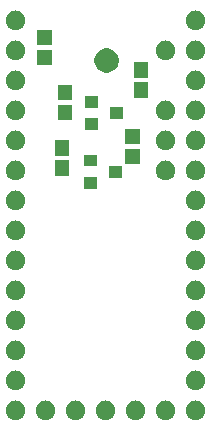
<source format=gbr>
G04 #@! TF.GenerationSoftware,KiCad,Pcbnew,(5.1.0)-1*
G04 #@! TF.CreationDate,2020-11-17T16:37:49-05:00*
G04 #@! TF.ProjectId,T61_LC_Scanner,5436315f-4c43-45f5-9363-616e6e65722e,rev?*
G04 #@! TF.SameCoordinates,Original*
G04 #@! TF.FileFunction,Soldermask,Top*
G04 #@! TF.FilePolarity,Negative*
%FSLAX46Y46*%
G04 Gerber Fmt 4.6, Leading zero omitted, Abs format (unit mm)*
G04 Created by KiCad (PCBNEW (5.1.0)-1) date 2020-11-17 16:37:49*
%MOMM*%
%LPD*%
G04 APERTURE LIST*
%ADD10C,0.100000*%
G04 APERTURE END LIST*
D10*
G36*
X140341525Y-113589706D02*
G01*
X140422494Y-113605811D01*
X140575038Y-113668997D01*
X140711397Y-113760109D01*
X140712322Y-113760727D01*
X140829073Y-113877478D01*
X140829075Y-113877481D01*
X140920803Y-114014762D01*
X140983989Y-114167307D01*
X141016200Y-114329243D01*
X141016200Y-114494357D01*
X140983989Y-114656293D01*
X140920803Y-114808838D01*
X140829691Y-114945197D01*
X140829073Y-114946122D01*
X140712322Y-115062873D01*
X140712319Y-115062875D01*
X140575038Y-115154603D01*
X140498765Y-115186196D01*
X140422494Y-115217789D01*
X140341525Y-115233895D01*
X140260557Y-115250000D01*
X140095443Y-115250000D01*
X140014475Y-115233895D01*
X139933506Y-115217789D01*
X139857235Y-115186196D01*
X139780962Y-115154603D01*
X139643681Y-115062875D01*
X139643678Y-115062873D01*
X139526927Y-114946122D01*
X139526309Y-114945197D01*
X139435197Y-114808838D01*
X139372011Y-114656293D01*
X139339800Y-114494357D01*
X139339800Y-114329243D01*
X139372011Y-114167307D01*
X139435197Y-114014762D01*
X139526925Y-113877481D01*
X139526927Y-113877478D01*
X139643678Y-113760727D01*
X139644603Y-113760109D01*
X139780962Y-113668997D01*
X139933506Y-113605811D01*
X140014475Y-113589706D01*
X140095443Y-113573600D01*
X140260557Y-113573600D01*
X140341525Y-113589706D01*
X140341525Y-113589706D01*
G37*
G36*
X137801525Y-113589706D02*
G01*
X137882494Y-113605811D01*
X138035038Y-113668997D01*
X138171397Y-113760109D01*
X138172322Y-113760727D01*
X138289073Y-113877478D01*
X138289075Y-113877481D01*
X138380803Y-114014762D01*
X138443989Y-114167307D01*
X138476200Y-114329243D01*
X138476200Y-114494357D01*
X138443989Y-114656293D01*
X138380803Y-114808838D01*
X138289691Y-114945197D01*
X138289073Y-114946122D01*
X138172322Y-115062873D01*
X138172319Y-115062875D01*
X138035038Y-115154603D01*
X137958765Y-115186196D01*
X137882494Y-115217789D01*
X137801525Y-115233895D01*
X137720557Y-115250000D01*
X137555443Y-115250000D01*
X137474475Y-115233895D01*
X137393506Y-115217789D01*
X137317235Y-115186196D01*
X137240962Y-115154603D01*
X137103681Y-115062875D01*
X137103678Y-115062873D01*
X136986927Y-114946122D01*
X136986309Y-114945197D01*
X136895197Y-114808838D01*
X136832011Y-114656293D01*
X136799800Y-114494357D01*
X136799800Y-114329243D01*
X136832011Y-114167307D01*
X136895197Y-114014762D01*
X136986925Y-113877481D01*
X136986927Y-113877478D01*
X137103678Y-113760727D01*
X137104603Y-113760109D01*
X137240962Y-113668997D01*
X137393506Y-113605811D01*
X137474475Y-113589706D01*
X137555443Y-113573600D01*
X137720557Y-113573600D01*
X137801525Y-113589706D01*
X137801525Y-113589706D01*
G37*
G36*
X132721525Y-113589706D02*
G01*
X132802494Y-113605811D01*
X132955038Y-113668997D01*
X133091397Y-113760109D01*
X133092322Y-113760727D01*
X133209073Y-113877478D01*
X133209075Y-113877481D01*
X133300803Y-114014762D01*
X133363989Y-114167307D01*
X133396200Y-114329243D01*
X133396200Y-114494357D01*
X133363989Y-114656293D01*
X133300803Y-114808838D01*
X133209691Y-114945197D01*
X133209073Y-114946122D01*
X133092322Y-115062873D01*
X133092319Y-115062875D01*
X132955038Y-115154603D01*
X132878765Y-115186196D01*
X132802494Y-115217789D01*
X132721525Y-115233895D01*
X132640557Y-115250000D01*
X132475443Y-115250000D01*
X132394475Y-115233895D01*
X132313506Y-115217789D01*
X132237235Y-115186196D01*
X132160962Y-115154603D01*
X132023681Y-115062875D01*
X132023678Y-115062873D01*
X131906927Y-114946122D01*
X131906309Y-114945197D01*
X131815197Y-114808838D01*
X131752011Y-114656293D01*
X131719800Y-114494357D01*
X131719800Y-114329243D01*
X131752011Y-114167307D01*
X131815197Y-114014762D01*
X131906925Y-113877481D01*
X131906927Y-113877478D01*
X132023678Y-113760727D01*
X132024603Y-113760109D01*
X132160962Y-113668997D01*
X132313506Y-113605811D01*
X132394475Y-113589706D01*
X132475443Y-113573600D01*
X132640557Y-113573600D01*
X132721525Y-113589706D01*
X132721525Y-113589706D01*
G37*
G36*
X130181525Y-113589706D02*
G01*
X130262494Y-113605811D01*
X130415038Y-113668997D01*
X130551397Y-113760109D01*
X130552322Y-113760727D01*
X130669073Y-113877478D01*
X130669075Y-113877481D01*
X130760803Y-114014762D01*
X130823989Y-114167307D01*
X130856200Y-114329243D01*
X130856200Y-114494357D01*
X130823989Y-114656293D01*
X130760803Y-114808838D01*
X130669691Y-114945197D01*
X130669073Y-114946122D01*
X130552322Y-115062873D01*
X130552319Y-115062875D01*
X130415038Y-115154603D01*
X130338765Y-115186196D01*
X130262494Y-115217789D01*
X130181525Y-115233895D01*
X130100557Y-115250000D01*
X129935443Y-115250000D01*
X129854475Y-115233895D01*
X129773506Y-115217789D01*
X129697235Y-115186196D01*
X129620962Y-115154603D01*
X129483681Y-115062875D01*
X129483678Y-115062873D01*
X129366927Y-114946122D01*
X129366309Y-114945197D01*
X129275197Y-114808838D01*
X129212011Y-114656293D01*
X129179800Y-114494357D01*
X129179800Y-114329243D01*
X129212011Y-114167307D01*
X129275197Y-114014762D01*
X129366925Y-113877481D01*
X129366927Y-113877478D01*
X129483678Y-113760727D01*
X129484603Y-113760109D01*
X129620962Y-113668997D01*
X129773506Y-113605811D01*
X129854475Y-113589706D01*
X129935443Y-113573600D01*
X130100557Y-113573600D01*
X130181525Y-113589706D01*
X130181525Y-113589706D01*
G37*
G36*
X135261525Y-113589706D02*
G01*
X135342494Y-113605811D01*
X135495038Y-113668997D01*
X135631397Y-113760109D01*
X135632322Y-113760727D01*
X135749073Y-113877478D01*
X135749075Y-113877481D01*
X135840803Y-114014762D01*
X135903989Y-114167307D01*
X135936200Y-114329243D01*
X135936200Y-114494357D01*
X135903989Y-114656293D01*
X135840803Y-114808838D01*
X135749691Y-114945197D01*
X135749073Y-114946122D01*
X135632322Y-115062873D01*
X135632319Y-115062875D01*
X135495038Y-115154603D01*
X135418765Y-115186196D01*
X135342494Y-115217789D01*
X135261525Y-115233895D01*
X135180557Y-115250000D01*
X135015443Y-115250000D01*
X134934475Y-115233895D01*
X134853506Y-115217789D01*
X134777235Y-115186196D01*
X134700962Y-115154603D01*
X134563681Y-115062875D01*
X134563678Y-115062873D01*
X134446927Y-114946122D01*
X134446309Y-114945197D01*
X134355197Y-114808838D01*
X134292011Y-114656293D01*
X134259800Y-114494357D01*
X134259800Y-114329243D01*
X134292011Y-114167307D01*
X134355197Y-114014762D01*
X134446925Y-113877481D01*
X134446927Y-113877478D01*
X134563678Y-113760727D01*
X134564603Y-113760109D01*
X134700962Y-113668997D01*
X134853506Y-113605811D01*
X134934475Y-113589706D01*
X135015443Y-113573600D01*
X135180557Y-113573600D01*
X135261525Y-113589706D01*
X135261525Y-113589706D01*
G37*
G36*
X125101525Y-113589706D02*
G01*
X125182494Y-113605811D01*
X125335038Y-113668997D01*
X125471397Y-113760109D01*
X125472322Y-113760727D01*
X125589073Y-113877478D01*
X125589075Y-113877481D01*
X125680803Y-114014762D01*
X125743989Y-114167307D01*
X125776200Y-114329243D01*
X125776200Y-114494357D01*
X125743989Y-114656293D01*
X125680803Y-114808838D01*
X125589691Y-114945197D01*
X125589073Y-114946122D01*
X125472322Y-115062873D01*
X125472319Y-115062875D01*
X125335038Y-115154603D01*
X125258765Y-115186196D01*
X125182494Y-115217789D01*
X125101525Y-115233895D01*
X125020557Y-115250000D01*
X124855443Y-115250000D01*
X124774475Y-115233895D01*
X124693506Y-115217789D01*
X124617235Y-115186196D01*
X124540962Y-115154603D01*
X124403681Y-115062875D01*
X124403678Y-115062873D01*
X124286927Y-114946122D01*
X124286309Y-114945197D01*
X124195197Y-114808838D01*
X124132011Y-114656293D01*
X124099800Y-114494357D01*
X124099800Y-114329243D01*
X124132011Y-114167307D01*
X124195197Y-114014762D01*
X124286925Y-113877481D01*
X124286927Y-113877478D01*
X124403678Y-113760727D01*
X124404603Y-113760109D01*
X124540962Y-113668997D01*
X124693506Y-113605811D01*
X124774475Y-113589706D01*
X124855443Y-113573600D01*
X125020557Y-113573600D01*
X125101525Y-113589706D01*
X125101525Y-113589706D01*
G37*
G36*
X127641525Y-113589706D02*
G01*
X127722494Y-113605811D01*
X127875038Y-113668997D01*
X128011397Y-113760109D01*
X128012322Y-113760727D01*
X128129073Y-113877478D01*
X128129075Y-113877481D01*
X128220803Y-114014762D01*
X128283989Y-114167307D01*
X128316200Y-114329243D01*
X128316200Y-114494357D01*
X128283989Y-114656293D01*
X128220803Y-114808838D01*
X128129691Y-114945197D01*
X128129073Y-114946122D01*
X128012322Y-115062873D01*
X128012319Y-115062875D01*
X127875038Y-115154603D01*
X127798765Y-115186196D01*
X127722494Y-115217789D01*
X127641525Y-115233895D01*
X127560557Y-115250000D01*
X127395443Y-115250000D01*
X127314475Y-115233895D01*
X127233506Y-115217789D01*
X127157235Y-115186196D01*
X127080962Y-115154603D01*
X126943681Y-115062875D01*
X126943678Y-115062873D01*
X126826927Y-114946122D01*
X126826309Y-114945197D01*
X126735197Y-114808838D01*
X126672011Y-114656293D01*
X126639800Y-114494357D01*
X126639800Y-114329243D01*
X126672011Y-114167307D01*
X126735197Y-114014762D01*
X126826925Y-113877481D01*
X126826927Y-113877478D01*
X126943678Y-113760727D01*
X126944603Y-113760109D01*
X127080962Y-113668997D01*
X127233506Y-113605811D01*
X127314475Y-113589706D01*
X127395443Y-113573600D01*
X127560557Y-113573600D01*
X127641525Y-113589706D01*
X127641525Y-113589706D01*
G37*
G36*
X140341525Y-111049705D02*
G01*
X140422494Y-111065811D01*
X140498765Y-111097404D01*
X140575038Y-111128997D01*
X140711397Y-111220109D01*
X140712322Y-111220727D01*
X140829073Y-111337478D01*
X140829075Y-111337481D01*
X140920803Y-111474762D01*
X140983989Y-111627307D01*
X141016200Y-111789243D01*
X141016200Y-111954357D01*
X140983989Y-112116293D01*
X140920803Y-112268838D01*
X140829691Y-112405197D01*
X140829073Y-112406122D01*
X140712322Y-112522873D01*
X140712319Y-112522875D01*
X140575038Y-112614603D01*
X140498765Y-112646196D01*
X140422494Y-112677789D01*
X140341525Y-112693894D01*
X140260557Y-112710000D01*
X140095443Y-112710000D01*
X140014475Y-112693894D01*
X139933506Y-112677789D01*
X139857235Y-112646196D01*
X139780962Y-112614603D01*
X139643681Y-112522875D01*
X139643678Y-112522873D01*
X139526927Y-112406122D01*
X139526309Y-112405197D01*
X139435197Y-112268838D01*
X139372011Y-112116293D01*
X139339800Y-111954357D01*
X139339800Y-111789243D01*
X139372011Y-111627307D01*
X139435197Y-111474762D01*
X139526925Y-111337481D01*
X139526927Y-111337478D01*
X139643678Y-111220727D01*
X139644603Y-111220109D01*
X139780962Y-111128997D01*
X139933506Y-111065811D01*
X140014475Y-111049705D01*
X140095443Y-111033600D01*
X140260557Y-111033600D01*
X140341525Y-111049705D01*
X140341525Y-111049705D01*
G37*
G36*
X125101525Y-111049705D02*
G01*
X125182494Y-111065811D01*
X125258765Y-111097404D01*
X125335038Y-111128997D01*
X125471397Y-111220109D01*
X125472322Y-111220727D01*
X125589073Y-111337478D01*
X125589075Y-111337481D01*
X125680803Y-111474762D01*
X125743989Y-111627307D01*
X125776200Y-111789243D01*
X125776200Y-111954357D01*
X125743989Y-112116293D01*
X125680803Y-112268838D01*
X125589691Y-112405197D01*
X125589073Y-112406122D01*
X125472322Y-112522873D01*
X125472319Y-112522875D01*
X125335038Y-112614603D01*
X125258765Y-112646196D01*
X125182494Y-112677789D01*
X125101525Y-112693894D01*
X125020557Y-112710000D01*
X124855443Y-112710000D01*
X124774475Y-112693894D01*
X124693506Y-112677789D01*
X124617235Y-112646196D01*
X124540962Y-112614603D01*
X124403681Y-112522875D01*
X124403678Y-112522873D01*
X124286927Y-112406122D01*
X124286309Y-112405197D01*
X124195197Y-112268838D01*
X124132011Y-112116293D01*
X124099800Y-111954357D01*
X124099800Y-111789243D01*
X124132011Y-111627307D01*
X124195197Y-111474762D01*
X124286925Y-111337481D01*
X124286927Y-111337478D01*
X124403678Y-111220727D01*
X124404603Y-111220109D01*
X124540962Y-111128997D01*
X124693506Y-111065811D01*
X124774475Y-111049705D01*
X124855443Y-111033600D01*
X125020557Y-111033600D01*
X125101525Y-111049705D01*
X125101525Y-111049705D01*
G37*
G36*
X125101525Y-108509706D02*
G01*
X125182494Y-108525811D01*
X125335038Y-108588997D01*
X125471397Y-108680109D01*
X125472322Y-108680727D01*
X125589073Y-108797478D01*
X125589075Y-108797481D01*
X125680803Y-108934762D01*
X125743989Y-109087307D01*
X125776200Y-109249243D01*
X125776200Y-109414357D01*
X125743989Y-109576293D01*
X125680803Y-109728838D01*
X125589691Y-109865197D01*
X125589073Y-109866122D01*
X125472322Y-109982873D01*
X125472319Y-109982875D01*
X125335038Y-110074603D01*
X125182494Y-110137789D01*
X125101525Y-110153895D01*
X125020557Y-110170000D01*
X124855443Y-110170000D01*
X124774475Y-110153895D01*
X124693506Y-110137789D01*
X124617235Y-110106196D01*
X124540962Y-110074603D01*
X124403681Y-109982875D01*
X124403678Y-109982873D01*
X124286927Y-109866122D01*
X124286309Y-109865197D01*
X124195197Y-109728838D01*
X124132011Y-109576293D01*
X124099800Y-109414357D01*
X124099800Y-109249243D01*
X124132011Y-109087307D01*
X124195197Y-108934762D01*
X124286925Y-108797481D01*
X124286927Y-108797478D01*
X124403678Y-108680727D01*
X124404603Y-108680109D01*
X124540962Y-108588997D01*
X124617235Y-108557404D01*
X124693506Y-108525811D01*
X124774475Y-108509706D01*
X124855443Y-108493600D01*
X125020557Y-108493600D01*
X125101525Y-108509706D01*
X125101525Y-108509706D01*
G37*
G36*
X140341525Y-108509706D02*
G01*
X140422494Y-108525811D01*
X140575038Y-108588997D01*
X140711397Y-108680109D01*
X140712322Y-108680727D01*
X140829073Y-108797478D01*
X140829075Y-108797481D01*
X140920803Y-108934762D01*
X140983989Y-109087307D01*
X141016200Y-109249243D01*
X141016200Y-109414357D01*
X140983989Y-109576293D01*
X140920803Y-109728838D01*
X140829691Y-109865197D01*
X140829073Y-109866122D01*
X140712322Y-109982873D01*
X140712319Y-109982875D01*
X140575038Y-110074603D01*
X140422494Y-110137789D01*
X140341525Y-110153895D01*
X140260557Y-110170000D01*
X140095443Y-110170000D01*
X140014475Y-110153895D01*
X139933506Y-110137789D01*
X139857235Y-110106196D01*
X139780962Y-110074603D01*
X139643681Y-109982875D01*
X139643678Y-109982873D01*
X139526927Y-109866122D01*
X139526309Y-109865197D01*
X139435197Y-109728838D01*
X139372011Y-109576293D01*
X139339800Y-109414357D01*
X139339800Y-109249243D01*
X139372011Y-109087307D01*
X139435197Y-108934762D01*
X139526925Y-108797481D01*
X139526927Y-108797478D01*
X139643678Y-108680727D01*
X139644603Y-108680109D01*
X139780962Y-108588997D01*
X139857235Y-108557404D01*
X139933506Y-108525811D01*
X140014475Y-108509706D01*
X140095443Y-108493600D01*
X140260557Y-108493600D01*
X140341525Y-108509706D01*
X140341525Y-108509706D01*
G37*
G36*
X140341525Y-105969705D02*
G01*
X140422494Y-105985811D01*
X140498765Y-106017404D01*
X140575038Y-106048997D01*
X140711397Y-106140109D01*
X140712322Y-106140727D01*
X140829073Y-106257478D01*
X140829075Y-106257481D01*
X140920803Y-106394762D01*
X140983989Y-106547307D01*
X141016200Y-106709243D01*
X141016200Y-106874357D01*
X140983989Y-107036293D01*
X140920803Y-107188838D01*
X140829691Y-107325197D01*
X140829073Y-107326122D01*
X140712322Y-107442873D01*
X140712319Y-107442875D01*
X140575038Y-107534603D01*
X140498765Y-107566196D01*
X140422494Y-107597789D01*
X140341525Y-107613894D01*
X140260557Y-107630000D01*
X140095443Y-107630000D01*
X140014475Y-107613894D01*
X139933506Y-107597789D01*
X139780962Y-107534603D01*
X139643681Y-107442875D01*
X139643678Y-107442873D01*
X139526927Y-107326122D01*
X139526309Y-107325197D01*
X139435197Y-107188838D01*
X139372011Y-107036293D01*
X139339800Y-106874357D01*
X139339800Y-106709243D01*
X139372011Y-106547307D01*
X139435197Y-106394762D01*
X139526925Y-106257481D01*
X139526927Y-106257478D01*
X139643678Y-106140727D01*
X139644603Y-106140109D01*
X139780962Y-106048997D01*
X139933506Y-105985811D01*
X140014475Y-105969705D01*
X140095443Y-105953600D01*
X140260557Y-105953600D01*
X140341525Y-105969705D01*
X140341525Y-105969705D01*
G37*
G36*
X125101525Y-105969705D02*
G01*
X125182494Y-105985811D01*
X125258765Y-106017404D01*
X125335038Y-106048997D01*
X125471397Y-106140109D01*
X125472322Y-106140727D01*
X125589073Y-106257478D01*
X125589075Y-106257481D01*
X125680803Y-106394762D01*
X125743989Y-106547307D01*
X125776200Y-106709243D01*
X125776200Y-106874357D01*
X125743989Y-107036293D01*
X125680803Y-107188838D01*
X125589691Y-107325197D01*
X125589073Y-107326122D01*
X125472322Y-107442873D01*
X125472319Y-107442875D01*
X125335038Y-107534603D01*
X125258765Y-107566196D01*
X125182494Y-107597789D01*
X125101525Y-107613894D01*
X125020557Y-107630000D01*
X124855443Y-107630000D01*
X124774475Y-107613894D01*
X124693506Y-107597789D01*
X124540962Y-107534603D01*
X124403681Y-107442875D01*
X124403678Y-107442873D01*
X124286927Y-107326122D01*
X124286309Y-107325197D01*
X124195197Y-107188838D01*
X124132011Y-107036293D01*
X124099800Y-106874357D01*
X124099800Y-106709243D01*
X124132011Y-106547307D01*
X124195197Y-106394762D01*
X124286925Y-106257481D01*
X124286927Y-106257478D01*
X124403678Y-106140727D01*
X124404603Y-106140109D01*
X124540962Y-106048997D01*
X124693506Y-105985811D01*
X124774475Y-105969705D01*
X124855443Y-105953600D01*
X125020557Y-105953600D01*
X125101525Y-105969705D01*
X125101525Y-105969705D01*
G37*
G36*
X140341525Y-103429706D02*
G01*
X140422494Y-103445811D01*
X140575038Y-103508997D01*
X140711397Y-103600109D01*
X140712322Y-103600727D01*
X140829073Y-103717478D01*
X140829075Y-103717481D01*
X140920803Y-103854762D01*
X140983989Y-104007307D01*
X141016200Y-104169243D01*
X141016200Y-104334357D01*
X140983989Y-104496293D01*
X140920803Y-104648838D01*
X140829691Y-104785197D01*
X140829073Y-104786122D01*
X140712322Y-104902873D01*
X140712319Y-104902875D01*
X140575038Y-104994603D01*
X140498765Y-105026196D01*
X140422494Y-105057789D01*
X140341525Y-105073895D01*
X140260557Y-105090000D01*
X140095443Y-105090000D01*
X140014475Y-105073894D01*
X139933506Y-105057789D01*
X139857235Y-105026196D01*
X139780962Y-104994603D01*
X139643681Y-104902875D01*
X139643678Y-104902873D01*
X139526927Y-104786122D01*
X139526309Y-104785197D01*
X139435197Y-104648838D01*
X139372011Y-104496293D01*
X139339800Y-104334357D01*
X139339800Y-104169243D01*
X139372011Y-104007307D01*
X139435197Y-103854762D01*
X139526925Y-103717481D01*
X139526927Y-103717478D01*
X139643678Y-103600727D01*
X139644603Y-103600109D01*
X139780962Y-103508997D01*
X139933506Y-103445811D01*
X140014475Y-103429706D01*
X140095443Y-103413600D01*
X140260557Y-103413600D01*
X140341525Y-103429706D01*
X140341525Y-103429706D01*
G37*
G36*
X125101525Y-103429706D02*
G01*
X125182494Y-103445811D01*
X125335038Y-103508997D01*
X125471397Y-103600109D01*
X125472322Y-103600727D01*
X125589073Y-103717478D01*
X125589075Y-103717481D01*
X125680803Y-103854762D01*
X125743989Y-104007307D01*
X125776200Y-104169243D01*
X125776200Y-104334357D01*
X125743989Y-104496293D01*
X125680803Y-104648838D01*
X125589691Y-104785197D01*
X125589073Y-104786122D01*
X125472322Y-104902873D01*
X125472319Y-104902875D01*
X125335038Y-104994603D01*
X125258765Y-105026196D01*
X125182494Y-105057789D01*
X125101525Y-105073895D01*
X125020557Y-105090000D01*
X124855443Y-105090000D01*
X124774475Y-105073894D01*
X124693506Y-105057789D01*
X124617235Y-105026196D01*
X124540962Y-104994603D01*
X124403681Y-104902875D01*
X124403678Y-104902873D01*
X124286927Y-104786122D01*
X124286309Y-104785197D01*
X124195197Y-104648838D01*
X124132011Y-104496293D01*
X124099800Y-104334357D01*
X124099800Y-104169243D01*
X124132011Y-104007307D01*
X124195197Y-103854762D01*
X124286925Y-103717481D01*
X124286927Y-103717478D01*
X124403678Y-103600727D01*
X124404603Y-103600109D01*
X124540962Y-103508997D01*
X124693506Y-103445811D01*
X124774475Y-103429706D01*
X124855443Y-103413600D01*
X125020557Y-103413600D01*
X125101525Y-103429706D01*
X125101525Y-103429706D01*
G37*
G36*
X125101525Y-100889705D02*
G01*
X125182494Y-100905811D01*
X125335038Y-100968997D01*
X125471397Y-101060109D01*
X125472322Y-101060727D01*
X125589073Y-101177478D01*
X125589075Y-101177481D01*
X125680803Y-101314762D01*
X125743989Y-101467307D01*
X125776200Y-101629243D01*
X125776200Y-101794357D01*
X125743989Y-101956293D01*
X125680803Y-102108838D01*
X125589691Y-102245197D01*
X125589073Y-102246122D01*
X125472322Y-102362873D01*
X125472319Y-102362875D01*
X125335038Y-102454603D01*
X125182494Y-102517789D01*
X125101525Y-102533895D01*
X125020557Y-102550000D01*
X124855443Y-102550000D01*
X124774475Y-102533895D01*
X124693506Y-102517789D01*
X124617235Y-102486196D01*
X124540962Y-102454603D01*
X124403681Y-102362875D01*
X124403678Y-102362873D01*
X124286927Y-102246122D01*
X124286309Y-102245197D01*
X124195197Y-102108838D01*
X124132011Y-101956293D01*
X124099800Y-101794357D01*
X124099800Y-101629243D01*
X124132011Y-101467307D01*
X124195197Y-101314762D01*
X124286925Y-101177481D01*
X124286927Y-101177478D01*
X124403678Y-101060727D01*
X124404603Y-101060109D01*
X124540962Y-100968997D01*
X124617235Y-100937404D01*
X124693506Y-100905811D01*
X124774475Y-100889706D01*
X124855443Y-100873600D01*
X125020557Y-100873600D01*
X125101525Y-100889705D01*
X125101525Y-100889705D01*
G37*
G36*
X140341525Y-100889705D02*
G01*
X140422494Y-100905811D01*
X140575038Y-100968997D01*
X140711397Y-101060109D01*
X140712322Y-101060727D01*
X140829073Y-101177478D01*
X140829075Y-101177481D01*
X140920803Y-101314762D01*
X140983989Y-101467307D01*
X141016200Y-101629243D01*
X141016200Y-101794357D01*
X140983989Y-101956293D01*
X140920803Y-102108838D01*
X140829691Y-102245197D01*
X140829073Y-102246122D01*
X140712322Y-102362873D01*
X140712319Y-102362875D01*
X140575038Y-102454603D01*
X140422494Y-102517789D01*
X140341525Y-102533895D01*
X140260557Y-102550000D01*
X140095443Y-102550000D01*
X140014475Y-102533895D01*
X139933506Y-102517789D01*
X139857235Y-102486196D01*
X139780962Y-102454603D01*
X139643681Y-102362875D01*
X139643678Y-102362873D01*
X139526927Y-102246122D01*
X139526309Y-102245197D01*
X139435197Y-102108838D01*
X139372011Y-101956293D01*
X139339800Y-101794357D01*
X139339800Y-101629243D01*
X139372011Y-101467307D01*
X139435197Y-101314762D01*
X139526925Y-101177481D01*
X139526927Y-101177478D01*
X139643678Y-101060727D01*
X139644603Y-101060109D01*
X139780962Y-100968997D01*
X139857235Y-100937404D01*
X139933506Y-100905811D01*
X140014475Y-100889706D01*
X140095443Y-100873600D01*
X140260557Y-100873600D01*
X140341525Y-100889705D01*
X140341525Y-100889705D01*
G37*
G36*
X140341525Y-98349705D02*
G01*
X140422494Y-98365811D01*
X140575038Y-98428997D01*
X140711397Y-98520109D01*
X140712322Y-98520727D01*
X140829073Y-98637478D01*
X140829075Y-98637481D01*
X140920803Y-98774762D01*
X140983989Y-98927307D01*
X141016200Y-99089243D01*
X141016200Y-99254357D01*
X140983989Y-99416293D01*
X140920803Y-99568838D01*
X140829691Y-99705197D01*
X140829073Y-99706122D01*
X140712322Y-99822873D01*
X140712319Y-99822875D01*
X140575038Y-99914603D01*
X140498765Y-99946196D01*
X140422494Y-99977789D01*
X140341525Y-99993894D01*
X140260557Y-100010000D01*
X140095443Y-100010000D01*
X140014475Y-99993894D01*
X139933506Y-99977789D01*
X139857235Y-99946196D01*
X139780962Y-99914603D01*
X139643681Y-99822875D01*
X139643678Y-99822873D01*
X139526927Y-99706122D01*
X139526309Y-99705197D01*
X139435197Y-99568838D01*
X139372011Y-99416293D01*
X139339800Y-99254357D01*
X139339800Y-99089243D01*
X139372011Y-98927307D01*
X139435197Y-98774762D01*
X139526925Y-98637481D01*
X139526927Y-98637478D01*
X139643678Y-98520727D01*
X139644603Y-98520109D01*
X139780962Y-98428997D01*
X139933506Y-98365811D01*
X140014475Y-98349706D01*
X140095443Y-98333600D01*
X140260557Y-98333600D01*
X140341525Y-98349705D01*
X140341525Y-98349705D01*
G37*
G36*
X125101525Y-98349705D02*
G01*
X125182494Y-98365811D01*
X125335038Y-98428997D01*
X125471397Y-98520109D01*
X125472322Y-98520727D01*
X125589073Y-98637478D01*
X125589075Y-98637481D01*
X125680803Y-98774762D01*
X125743989Y-98927307D01*
X125776200Y-99089243D01*
X125776200Y-99254357D01*
X125743989Y-99416293D01*
X125680803Y-99568838D01*
X125589691Y-99705197D01*
X125589073Y-99706122D01*
X125472322Y-99822873D01*
X125472319Y-99822875D01*
X125335038Y-99914603D01*
X125258765Y-99946196D01*
X125182494Y-99977789D01*
X125101525Y-99993894D01*
X125020557Y-100010000D01*
X124855443Y-100010000D01*
X124774475Y-99993894D01*
X124693506Y-99977789D01*
X124617235Y-99946196D01*
X124540962Y-99914603D01*
X124403681Y-99822875D01*
X124403678Y-99822873D01*
X124286927Y-99706122D01*
X124286309Y-99705197D01*
X124195197Y-99568838D01*
X124132011Y-99416293D01*
X124099800Y-99254357D01*
X124099800Y-99089243D01*
X124132011Y-98927307D01*
X124195197Y-98774762D01*
X124286925Y-98637481D01*
X124286927Y-98637478D01*
X124403678Y-98520727D01*
X124404603Y-98520109D01*
X124540962Y-98428997D01*
X124693506Y-98365811D01*
X124774475Y-98349706D01*
X124855443Y-98333600D01*
X125020557Y-98333600D01*
X125101525Y-98349705D01*
X125101525Y-98349705D01*
G37*
G36*
X140341525Y-95809705D02*
G01*
X140422494Y-95825811D01*
X140498765Y-95857404D01*
X140575038Y-95888997D01*
X140711397Y-95980109D01*
X140712322Y-95980727D01*
X140829073Y-96097478D01*
X140829075Y-96097481D01*
X140920803Y-96234762D01*
X140983989Y-96387307D01*
X141016200Y-96549243D01*
X141016200Y-96714357D01*
X140983989Y-96876293D01*
X140920803Y-97028838D01*
X140829691Y-97165197D01*
X140829073Y-97166122D01*
X140712322Y-97282873D01*
X140712319Y-97282875D01*
X140575038Y-97374603D01*
X140422494Y-97437789D01*
X140341525Y-97453895D01*
X140260557Y-97470000D01*
X140095443Y-97470000D01*
X140014475Y-97453894D01*
X139933506Y-97437789D01*
X139780962Y-97374603D01*
X139643681Y-97282875D01*
X139643678Y-97282873D01*
X139526927Y-97166122D01*
X139526309Y-97165197D01*
X139435197Y-97028838D01*
X139372011Y-96876293D01*
X139339800Y-96714357D01*
X139339800Y-96549243D01*
X139372011Y-96387307D01*
X139435197Y-96234762D01*
X139526925Y-96097481D01*
X139526927Y-96097478D01*
X139643678Y-95980727D01*
X139644603Y-95980109D01*
X139780962Y-95888997D01*
X139857235Y-95857404D01*
X139933506Y-95825811D01*
X140014475Y-95809706D01*
X140095443Y-95793600D01*
X140260557Y-95793600D01*
X140341525Y-95809705D01*
X140341525Y-95809705D01*
G37*
G36*
X125101525Y-95809705D02*
G01*
X125182494Y-95825811D01*
X125258765Y-95857404D01*
X125335038Y-95888997D01*
X125471397Y-95980109D01*
X125472322Y-95980727D01*
X125589073Y-96097478D01*
X125589075Y-96097481D01*
X125680803Y-96234762D01*
X125743989Y-96387307D01*
X125776200Y-96549243D01*
X125776200Y-96714357D01*
X125743989Y-96876293D01*
X125680803Y-97028838D01*
X125589691Y-97165197D01*
X125589073Y-97166122D01*
X125472322Y-97282873D01*
X125472319Y-97282875D01*
X125335038Y-97374603D01*
X125182494Y-97437789D01*
X125101525Y-97453895D01*
X125020557Y-97470000D01*
X124855443Y-97470000D01*
X124774475Y-97453894D01*
X124693506Y-97437789D01*
X124540962Y-97374603D01*
X124403681Y-97282875D01*
X124403678Y-97282873D01*
X124286927Y-97166122D01*
X124286309Y-97165197D01*
X124195197Y-97028838D01*
X124132011Y-96876293D01*
X124099800Y-96714357D01*
X124099800Y-96549243D01*
X124132011Y-96387307D01*
X124195197Y-96234762D01*
X124286925Y-96097481D01*
X124286927Y-96097478D01*
X124403678Y-95980727D01*
X124404603Y-95980109D01*
X124540962Y-95888997D01*
X124617235Y-95857404D01*
X124693506Y-95825811D01*
X124774475Y-95809706D01*
X124855443Y-95793600D01*
X125020557Y-95793600D01*
X125101525Y-95809705D01*
X125101525Y-95809705D01*
G37*
G36*
X131849600Y-95665300D02*
G01*
X130746400Y-95665300D01*
X130746400Y-94662100D01*
X131849600Y-94662100D01*
X131849600Y-95665300D01*
X131849600Y-95665300D01*
G37*
G36*
X140341525Y-93269705D02*
G01*
X140422494Y-93285811D01*
X140575038Y-93348997D01*
X140711397Y-93440109D01*
X140712322Y-93440727D01*
X140829073Y-93557478D01*
X140829075Y-93557481D01*
X140920803Y-93694762D01*
X140983989Y-93847307D01*
X141016200Y-94009243D01*
X141016200Y-94174357D01*
X140983989Y-94336293D01*
X140920803Y-94488838D01*
X140878867Y-94551600D01*
X140829073Y-94626122D01*
X140712322Y-94742873D01*
X140712319Y-94742875D01*
X140575038Y-94834603D01*
X140422494Y-94897789D01*
X140341525Y-94913895D01*
X140260557Y-94930000D01*
X140095443Y-94930000D01*
X140014475Y-94913894D01*
X139933506Y-94897789D01*
X139780962Y-94834603D01*
X139643681Y-94742875D01*
X139643678Y-94742873D01*
X139526927Y-94626122D01*
X139477133Y-94551600D01*
X139435197Y-94488838D01*
X139372011Y-94336293D01*
X139339800Y-94174357D01*
X139339800Y-94009243D01*
X139372011Y-93847307D01*
X139435197Y-93694762D01*
X139526925Y-93557481D01*
X139526927Y-93557478D01*
X139643678Y-93440727D01*
X139644603Y-93440109D01*
X139780962Y-93348997D01*
X139857235Y-93317404D01*
X139933506Y-93285811D01*
X140014475Y-93269705D01*
X140095443Y-93253600D01*
X140260557Y-93253600D01*
X140341525Y-93269705D01*
X140341525Y-93269705D01*
G37*
G36*
X137801525Y-93269705D02*
G01*
X137882494Y-93285811D01*
X138035038Y-93348997D01*
X138171397Y-93440109D01*
X138172322Y-93440727D01*
X138289073Y-93557478D01*
X138289075Y-93557481D01*
X138380803Y-93694762D01*
X138443989Y-93847307D01*
X138476200Y-94009243D01*
X138476200Y-94174357D01*
X138443989Y-94336293D01*
X138380803Y-94488838D01*
X138338867Y-94551600D01*
X138289073Y-94626122D01*
X138172322Y-94742873D01*
X138172319Y-94742875D01*
X138035038Y-94834603D01*
X137882494Y-94897789D01*
X137801525Y-94913895D01*
X137720557Y-94930000D01*
X137555443Y-94930000D01*
X137474475Y-94913894D01*
X137393506Y-94897789D01*
X137240962Y-94834603D01*
X137103681Y-94742875D01*
X137103678Y-94742873D01*
X136986927Y-94626122D01*
X136937133Y-94551600D01*
X136895197Y-94488838D01*
X136832011Y-94336293D01*
X136799800Y-94174357D01*
X136799800Y-94009243D01*
X136832011Y-93847307D01*
X136895197Y-93694762D01*
X136986925Y-93557481D01*
X136986927Y-93557478D01*
X137103678Y-93440727D01*
X137104603Y-93440109D01*
X137240962Y-93348997D01*
X137317235Y-93317404D01*
X137393506Y-93285811D01*
X137474475Y-93269705D01*
X137555443Y-93253600D01*
X137720557Y-93253600D01*
X137801525Y-93269705D01*
X137801525Y-93269705D01*
G37*
G36*
X125101525Y-93269705D02*
G01*
X125182494Y-93285811D01*
X125335038Y-93348997D01*
X125471397Y-93440109D01*
X125472322Y-93440727D01*
X125589073Y-93557478D01*
X125589075Y-93557481D01*
X125680803Y-93694762D01*
X125743989Y-93847307D01*
X125776200Y-94009243D01*
X125776200Y-94174357D01*
X125743989Y-94336293D01*
X125680803Y-94488838D01*
X125638867Y-94551600D01*
X125589073Y-94626122D01*
X125472322Y-94742873D01*
X125472319Y-94742875D01*
X125335038Y-94834603D01*
X125182494Y-94897789D01*
X125101525Y-94913895D01*
X125020557Y-94930000D01*
X124855443Y-94930000D01*
X124774475Y-94913894D01*
X124693506Y-94897789D01*
X124540962Y-94834603D01*
X124403681Y-94742875D01*
X124403678Y-94742873D01*
X124286927Y-94626122D01*
X124237133Y-94551600D01*
X124195197Y-94488838D01*
X124132011Y-94336293D01*
X124099800Y-94174357D01*
X124099800Y-94009243D01*
X124132011Y-93847307D01*
X124195197Y-93694762D01*
X124286925Y-93557481D01*
X124286927Y-93557478D01*
X124403678Y-93440727D01*
X124404603Y-93440109D01*
X124540962Y-93348997D01*
X124617235Y-93317404D01*
X124693506Y-93285811D01*
X124774475Y-93269705D01*
X124855443Y-93253600D01*
X125020557Y-93253600D01*
X125101525Y-93269705D01*
X125101525Y-93269705D01*
G37*
G36*
X133949600Y-94715300D02*
G01*
X132846400Y-94715300D01*
X132846400Y-93712100D01*
X133949600Y-93712100D01*
X133949600Y-94715300D01*
X133949600Y-94715300D01*
G37*
G36*
X129501600Y-94551600D02*
G01*
X128298400Y-94551600D01*
X128298400Y-93248400D01*
X129501600Y-93248400D01*
X129501600Y-94551600D01*
X129501600Y-94551600D01*
G37*
G36*
X131849600Y-93765300D02*
G01*
X130746400Y-93765300D01*
X130746400Y-92762100D01*
X131849600Y-92762100D01*
X131849600Y-93765300D01*
X131849600Y-93765300D01*
G37*
G36*
X135451600Y-93600400D02*
G01*
X134248400Y-93600400D01*
X134248400Y-92297200D01*
X135451600Y-92297200D01*
X135451600Y-93600400D01*
X135451600Y-93600400D01*
G37*
G36*
X129501600Y-92851600D02*
G01*
X128298400Y-92851600D01*
X128298400Y-91548400D01*
X129501600Y-91548400D01*
X129501600Y-92851600D01*
X129501600Y-92851600D01*
G37*
G36*
X140341525Y-90729705D02*
G01*
X140422494Y-90745811D01*
X140498765Y-90777404D01*
X140575038Y-90808997D01*
X140711397Y-90900109D01*
X140712322Y-90900727D01*
X140829073Y-91017478D01*
X140829075Y-91017481D01*
X140920803Y-91154762D01*
X140983989Y-91307307D01*
X141016200Y-91469243D01*
X141016200Y-91634357D01*
X140983989Y-91796293D01*
X140920803Y-91948838D01*
X140829691Y-92085197D01*
X140829073Y-92086122D01*
X140712322Y-92202873D01*
X140712319Y-92202875D01*
X140575038Y-92294603D01*
X140498765Y-92326196D01*
X140422494Y-92357789D01*
X140341525Y-92373895D01*
X140260557Y-92390000D01*
X140095443Y-92390000D01*
X140014475Y-92373894D01*
X139933506Y-92357789D01*
X139780962Y-92294603D01*
X139643681Y-92202875D01*
X139643678Y-92202873D01*
X139526927Y-92086122D01*
X139526309Y-92085197D01*
X139435197Y-91948838D01*
X139372011Y-91796293D01*
X139339800Y-91634357D01*
X139339800Y-91469243D01*
X139372011Y-91307307D01*
X139435197Y-91154762D01*
X139526925Y-91017481D01*
X139526927Y-91017478D01*
X139643678Y-90900727D01*
X139644603Y-90900109D01*
X139780962Y-90808997D01*
X139933506Y-90745811D01*
X140014475Y-90729706D01*
X140095443Y-90713600D01*
X140260557Y-90713600D01*
X140341525Y-90729705D01*
X140341525Y-90729705D01*
G37*
G36*
X137801525Y-90729705D02*
G01*
X137882494Y-90745811D01*
X137958765Y-90777404D01*
X138035038Y-90808997D01*
X138171397Y-90900109D01*
X138172322Y-90900727D01*
X138289073Y-91017478D01*
X138289075Y-91017481D01*
X138380803Y-91154762D01*
X138443989Y-91307307D01*
X138476200Y-91469243D01*
X138476200Y-91634357D01*
X138443989Y-91796293D01*
X138380803Y-91948838D01*
X138289691Y-92085197D01*
X138289073Y-92086122D01*
X138172322Y-92202873D01*
X138172319Y-92202875D01*
X138035038Y-92294603D01*
X137958765Y-92326196D01*
X137882494Y-92357789D01*
X137801525Y-92373895D01*
X137720557Y-92390000D01*
X137555443Y-92390000D01*
X137474475Y-92373894D01*
X137393506Y-92357789D01*
X137240962Y-92294603D01*
X137103681Y-92202875D01*
X137103678Y-92202873D01*
X136986927Y-92086122D01*
X136986309Y-92085197D01*
X136895197Y-91948838D01*
X136832011Y-91796293D01*
X136799800Y-91634357D01*
X136799800Y-91469243D01*
X136832011Y-91307307D01*
X136895197Y-91154762D01*
X136986925Y-91017481D01*
X136986927Y-91017478D01*
X137103678Y-90900727D01*
X137104603Y-90900109D01*
X137240962Y-90808997D01*
X137393506Y-90745811D01*
X137474475Y-90729706D01*
X137555443Y-90713600D01*
X137720557Y-90713600D01*
X137801525Y-90729705D01*
X137801525Y-90729705D01*
G37*
G36*
X125101525Y-90729705D02*
G01*
X125182494Y-90745811D01*
X125258765Y-90777404D01*
X125335038Y-90808997D01*
X125471397Y-90900109D01*
X125472322Y-90900727D01*
X125589073Y-91017478D01*
X125589075Y-91017481D01*
X125680803Y-91154762D01*
X125743989Y-91307307D01*
X125776200Y-91469243D01*
X125776200Y-91634357D01*
X125743989Y-91796293D01*
X125680803Y-91948838D01*
X125589691Y-92085197D01*
X125589073Y-92086122D01*
X125472322Y-92202873D01*
X125472319Y-92202875D01*
X125335038Y-92294603D01*
X125258765Y-92326196D01*
X125182494Y-92357789D01*
X125101525Y-92373895D01*
X125020557Y-92390000D01*
X124855443Y-92390000D01*
X124774475Y-92373894D01*
X124693506Y-92357789D01*
X124540962Y-92294603D01*
X124403681Y-92202875D01*
X124403678Y-92202873D01*
X124286927Y-92086122D01*
X124286309Y-92085197D01*
X124195197Y-91948838D01*
X124132011Y-91796293D01*
X124099800Y-91634357D01*
X124099800Y-91469243D01*
X124132011Y-91307307D01*
X124195197Y-91154762D01*
X124286925Y-91017481D01*
X124286927Y-91017478D01*
X124403678Y-90900727D01*
X124404603Y-90900109D01*
X124540962Y-90808997D01*
X124693506Y-90745811D01*
X124774475Y-90729706D01*
X124855443Y-90713600D01*
X125020557Y-90713600D01*
X125101525Y-90729705D01*
X125101525Y-90729705D01*
G37*
G36*
X135451600Y-91900400D02*
G01*
X134248400Y-91900400D01*
X134248400Y-90597200D01*
X135451600Y-90597200D01*
X135451600Y-91900400D01*
X135451600Y-91900400D01*
G37*
G36*
X131946600Y-90702100D02*
G01*
X130843400Y-90702100D01*
X130843400Y-89698900D01*
X131946600Y-89698900D01*
X131946600Y-90702100D01*
X131946600Y-90702100D01*
G37*
G36*
X129751600Y-89851600D02*
G01*
X128548400Y-89851600D01*
X128548400Y-88548400D01*
X129751600Y-88548400D01*
X129751600Y-89851600D01*
X129751600Y-89851600D01*
G37*
G36*
X140341525Y-88189705D02*
G01*
X140422494Y-88205811D01*
X140575038Y-88268997D01*
X140711397Y-88360109D01*
X140712322Y-88360727D01*
X140829073Y-88477478D01*
X140829075Y-88477481D01*
X140920803Y-88614762D01*
X140983989Y-88767307D01*
X141016200Y-88929243D01*
X141016200Y-89094357D01*
X140983989Y-89256293D01*
X140920803Y-89408838D01*
X140829691Y-89545197D01*
X140829073Y-89546122D01*
X140712322Y-89662873D01*
X140712319Y-89662875D01*
X140575038Y-89754603D01*
X140422494Y-89817789D01*
X140341525Y-89833894D01*
X140260557Y-89850000D01*
X140095443Y-89850000D01*
X140014475Y-89833894D01*
X139933506Y-89817789D01*
X139857235Y-89786196D01*
X139780962Y-89754603D01*
X139643681Y-89662875D01*
X139643678Y-89662873D01*
X139526927Y-89546122D01*
X139526309Y-89545197D01*
X139435197Y-89408838D01*
X139372011Y-89256293D01*
X139339800Y-89094357D01*
X139339800Y-88929243D01*
X139372011Y-88767307D01*
X139435197Y-88614762D01*
X139526925Y-88477481D01*
X139526927Y-88477478D01*
X139643678Y-88360727D01*
X139644603Y-88360109D01*
X139780962Y-88268997D01*
X139857235Y-88237404D01*
X139933506Y-88205811D01*
X140014475Y-88189706D01*
X140095443Y-88173600D01*
X140260557Y-88173600D01*
X140341525Y-88189705D01*
X140341525Y-88189705D01*
G37*
G36*
X125101525Y-88189705D02*
G01*
X125182494Y-88205811D01*
X125335038Y-88268997D01*
X125471397Y-88360109D01*
X125472322Y-88360727D01*
X125589073Y-88477478D01*
X125589075Y-88477481D01*
X125680803Y-88614762D01*
X125743989Y-88767307D01*
X125776200Y-88929243D01*
X125776200Y-89094357D01*
X125743989Y-89256293D01*
X125680803Y-89408838D01*
X125589691Y-89545197D01*
X125589073Y-89546122D01*
X125472322Y-89662873D01*
X125472319Y-89662875D01*
X125335038Y-89754603D01*
X125182494Y-89817789D01*
X125101525Y-89833894D01*
X125020557Y-89850000D01*
X124855443Y-89850000D01*
X124774475Y-89833894D01*
X124693506Y-89817789D01*
X124617235Y-89786196D01*
X124540962Y-89754603D01*
X124403681Y-89662875D01*
X124403678Y-89662873D01*
X124286927Y-89546122D01*
X124286309Y-89545197D01*
X124195197Y-89408838D01*
X124132011Y-89256293D01*
X124099800Y-89094357D01*
X124099800Y-88929243D01*
X124132011Y-88767307D01*
X124195197Y-88614762D01*
X124286925Y-88477481D01*
X124286927Y-88477478D01*
X124403678Y-88360727D01*
X124404603Y-88360109D01*
X124540962Y-88268997D01*
X124617235Y-88237404D01*
X124693506Y-88205811D01*
X124774475Y-88189706D01*
X124855443Y-88173600D01*
X125020557Y-88173600D01*
X125101525Y-88189705D01*
X125101525Y-88189705D01*
G37*
G36*
X137801525Y-88189705D02*
G01*
X137882494Y-88205811D01*
X138035038Y-88268997D01*
X138171397Y-88360109D01*
X138172322Y-88360727D01*
X138289073Y-88477478D01*
X138289075Y-88477481D01*
X138380803Y-88614762D01*
X138443989Y-88767307D01*
X138476200Y-88929243D01*
X138476200Y-89094357D01*
X138443989Y-89256293D01*
X138380803Y-89408838D01*
X138289691Y-89545197D01*
X138289073Y-89546122D01*
X138172322Y-89662873D01*
X138172319Y-89662875D01*
X138035038Y-89754603D01*
X137882494Y-89817789D01*
X137801525Y-89833894D01*
X137720557Y-89850000D01*
X137555443Y-89850000D01*
X137474475Y-89833894D01*
X137393506Y-89817789D01*
X137317235Y-89786196D01*
X137240962Y-89754603D01*
X137103681Y-89662875D01*
X137103678Y-89662873D01*
X136986927Y-89546122D01*
X136986309Y-89545197D01*
X136895197Y-89408838D01*
X136832011Y-89256293D01*
X136799800Y-89094357D01*
X136799800Y-88929243D01*
X136832011Y-88767307D01*
X136895197Y-88614762D01*
X136986925Y-88477481D01*
X136986927Y-88477478D01*
X137103678Y-88360727D01*
X137104603Y-88360109D01*
X137240962Y-88268997D01*
X137317235Y-88237404D01*
X137393506Y-88205811D01*
X137474475Y-88189706D01*
X137555443Y-88173600D01*
X137720557Y-88173600D01*
X137801525Y-88189705D01*
X137801525Y-88189705D01*
G37*
G36*
X134046600Y-89752100D02*
G01*
X132943400Y-89752100D01*
X132943400Y-88748900D01*
X134046600Y-88748900D01*
X134046600Y-89752100D01*
X134046600Y-89752100D01*
G37*
G36*
X131946600Y-88802100D02*
G01*
X130843400Y-88802100D01*
X130843400Y-87798900D01*
X131946600Y-87798900D01*
X131946600Y-88802100D01*
X131946600Y-88802100D01*
G37*
G36*
X129751600Y-88151600D02*
G01*
X128548400Y-88151600D01*
X128548400Y-86848400D01*
X129751600Y-86848400D01*
X129751600Y-88151600D01*
X129751600Y-88151600D01*
G37*
G36*
X136151600Y-87951600D02*
G01*
X134948400Y-87951600D01*
X134948400Y-86648400D01*
X136151600Y-86648400D01*
X136151600Y-87951600D01*
X136151600Y-87951600D01*
G37*
G36*
X140341525Y-85649706D02*
G01*
X140422494Y-85665811D01*
X140498765Y-85697404D01*
X140575038Y-85728997D01*
X140683367Y-85801380D01*
X140712322Y-85820727D01*
X140829073Y-85937478D01*
X140829075Y-85937481D01*
X140920803Y-86074762D01*
X140983989Y-86227307D01*
X141016200Y-86389243D01*
X141016200Y-86554357D01*
X140983989Y-86716293D01*
X140920803Y-86868838D01*
X140829691Y-87005197D01*
X140829073Y-87006122D01*
X140712322Y-87122873D01*
X140712319Y-87122875D01*
X140575038Y-87214603D01*
X140422494Y-87277789D01*
X140341525Y-87293895D01*
X140260557Y-87310000D01*
X140095443Y-87310000D01*
X140014475Y-87293894D01*
X139933506Y-87277789D01*
X139780962Y-87214603D01*
X139643681Y-87122875D01*
X139643678Y-87122873D01*
X139526927Y-87006122D01*
X139526309Y-87005197D01*
X139435197Y-86868838D01*
X139372011Y-86716293D01*
X139339800Y-86554357D01*
X139339800Y-86389243D01*
X139372011Y-86227307D01*
X139435197Y-86074762D01*
X139526925Y-85937481D01*
X139526927Y-85937478D01*
X139643678Y-85820727D01*
X139672633Y-85801380D01*
X139780962Y-85728997D01*
X139857235Y-85697404D01*
X139933506Y-85665811D01*
X140014475Y-85649706D01*
X140095443Y-85633600D01*
X140260557Y-85633600D01*
X140341525Y-85649706D01*
X140341525Y-85649706D01*
G37*
G36*
X125101525Y-85649706D02*
G01*
X125182494Y-85665811D01*
X125258765Y-85697404D01*
X125335038Y-85728997D01*
X125443367Y-85801380D01*
X125472322Y-85820727D01*
X125589073Y-85937478D01*
X125589075Y-85937481D01*
X125680803Y-86074762D01*
X125743989Y-86227307D01*
X125776200Y-86389243D01*
X125776200Y-86554357D01*
X125743989Y-86716293D01*
X125680803Y-86868838D01*
X125589691Y-87005197D01*
X125589073Y-87006122D01*
X125472322Y-87122873D01*
X125472319Y-87122875D01*
X125335038Y-87214603D01*
X125182494Y-87277789D01*
X125101525Y-87293895D01*
X125020557Y-87310000D01*
X124855443Y-87310000D01*
X124774475Y-87293894D01*
X124693506Y-87277789D01*
X124540962Y-87214603D01*
X124403681Y-87122875D01*
X124403678Y-87122873D01*
X124286927Y-87006122D01*
X124286309Y-87005197D01*
X124195197Y-86868838D01*
X124132011Y-86716293D01*
X124099800Y-86554357D01*
X124099800Y-86389243D01*
X124132011Y-86227307D01*
X124195197Y-86074762D01*
X124286925Y-85937481D01*
X124286927Y-85937478D01*
X124403678Y-85820727D01*
X124432633Y-85801380D01*
X124540962Y-85728997D01*
X124617235Y-85697404D01*
X124693506Y-85665811D01*
X124774475Y-85649706D01*
X124855443Y-85633600D01*
X125020557Y-85633600D01*
X125101525Y-85649706D01*
X125101525Y-85649706D01*
G37*
G36*
X136151600Y-86251600D02*
G01*
X134948400Y-86251600D01*
X134948400Y-84948400D01*
X136151600Y-84948400D01*
X136151600Y-86251600D01*
X136151600Y-86251600D01*
G37*
G36*
X132953765Y-83798620D02*
G01*
X133143288Y-83877123D01*
X133313854Y-83991092D01*
X133458908Y-84136146D01*
X133458909Y-84136148D01*
X133572878Y-84306714D01*
X133582042Y-84328838D01*
X133651380Y-84496235D01*
X133691400Y-84697431D01*
X133691400Y-84902569D01*
X133651380Y-85103765D01*
X133572877Y-85293288D01*
X133458908Y-85463854D01*
X133313854Y-85608908D01*
X133143288Y-85722877D01*
X133143287Y-85722878D01*
X133143286Y-85722878D01*
X132953765Y-85801380D01*
X132752570Y-85841400D01*
X132547430Y-85841400D01*
X132346235Y-85801380D01*
X132156714Y-85722878D01*
X132156713Y-85722878D01*
X132156712Y-85722877D01*
X131986146Y-85608908D01*
X131841092Y-85463854D01*
X131727123Y-85293288D01*
X131648620Y-85103765D01*
X131608600Y-84902569D01*
X131608600Y-84697431D01*
X131648620Y-84496235D01*
X131717958Y-84328838D01*
X131727122Y-84306714D01*
X131841091Y-84136148D01*
X131841092Y-84136146D01*
X131986146Y-83991092D01*
X132156712Y-83877123D01*
X132346235Y-83798620D01*
X132547430Y-83758600D01*
X132752570Y-83758600D01*
X132953765Y-83798620D01*
X132953765Y-83798620D01*
G37*
G36*
X127987600Y-85181000D02*
G01*
X126784400Y-85181000D01*
X126784400Y-83877800D01*
X127987600Y-83877800D01*
X127987600Y-85181000D01*
X127987600Y-85181000D01*
G37*
G36*
X125101525Y-83109706D02*
G01*
X125182494Y-83125811D01*
X125335038Y-83188997D01*
X125471397Y-83280109D01*
X125472322Y-83280727D01*
X125589073Y-83397478D01*
X125589075Y-83397481D01*
X125680803Y-83534762D01*
X125743989Y-83687307D01*
X125776200Y-83849243D01*
X125776200Y-84014357D01*
X125743989Y-84176293D01*
X125680803Y-84328838D01*
X125589691Y-84465197D01*
X125589073Y-84466122D01*
X125472322Y-84582873D01*
X125472319Y-84582875D01*
X125335038Y-84674603D01*
X125279926Y-84697431D01*
X125182494Y-84737789D01*
X125101525Y-84753895D01*
X125020557Y-84770000D01*
X124855443Y-84770000D01*
X124774475Y-84753894D01*
X124693506Y-84737789D01*
X124596074Y-84697431D01*
X124540962Y-84674603D01*
X124403681Y-84582875D01*
X124403678Y-84582873D01*
X124286927Y-84466122D01*
X124286309Y-84465197D01*
X124195197Y-84328838D01*
X124132011Y-84176293D01*
X124099800Y-84014357D01*
X124099800Y-83849243D01*
X124132011Y-83687307D01*
X124195197Y-83534762D01*
X124286925Y-83397481D01*
X124286927Y-83397478D01*
X124403678Y-83280727D01*
X124404603Y-83280109D01*
X124540962Y-83188997D01*
X124693506Y-83125811D01*
X124774475Y-83109705D01*
X124855443Y-83093600D01*
X125020557Y-83093600D01*
X125101525Y-83109706D01*
X125101525Y-83109706D01*
G37*
G36*
X140341525Y-83109706D02*
G01*
X140422494Y-83125811D01*
X140575038Y-83188997D01*
X140711397Y-83280109D01*
X140712322Y-83280727D01*
X140829073Y-83397478D01*
X140829075Y-83397481D01*
X140920803Y-83534762D01*
X140983989Y-83687307D01*
X141016200Y-83849243D01*
X141016200Y-84014357D01*
X140983989Y-84176293D01*
X140920803Y-84328838D01*
X140829691Y-84465197D01*
X140829073Y-84466122D01*
X140712322Y-84582873D01*
X140712319Y-84582875D01*
X140575038Y-84674603D01*
X140519926Y-84697431D01*
X140422494Y-84737789D01*
X140341525Y-84753895D01*
X140260557Y-84770000D01*
X140095443Y-84770000D01*
X140014475Y-84753894D01*
X139933506Y-84737789D01*
X139836074Y-84697431D01*
X139780962Y-84674603D01*
X139643681Y-84582875D01*
X139643678Y-84582873D01*
X139526927Y-84466122D01*
X139526309Y-84465197D01*
X139435197Y-84328838D01*
X139372011Y-84176293D01*
X139339800Y-84014357D01*
X139339800Y-83849243D01*
X139372011Y-83687307D01*
X139435197Y-83534762D01*
X139526925Y-83397481D01*
X139526927Y-83397478D01*
X139643678Y-83280727D01*
X139644603Y-83280109D01*
X139780962Y-83188997D01*
X139933506Y-83125811D01*
X140014475Y-83109705D01*
X140095443Y-83093600D01*
X140260557Y-83093600D01*
X140341525Y-83109706D01*
X140341525Y-83109706D01*
G37*
G36*
X137801525Y-83109706D02*
G01*
X137882494Y-83125811D01*
X138035038Y-83188997D01*
X138171397Y-83280109D01*
X138172322Y-83280727D01*
X138289073Y-83397478D01*
X138289075Y-83397481D01*
X138380803Y-83534762D01*
X138443989Y-83687307D01*
X138476200Y-83849243D01*
X138476200Y-84014357D01*
X138443989Y-84176293D01*
X138380803Y-84328838D01*
X138289691Y-84465197D01*
X138289073Y-84466122D01*
X138172322Y-84582873D01*
X138172319Y-84582875D01*
X138035038Y-84674603D01*
X137979926Y-84697431D01*
X137882494Y-84737789D01*
X137801525Y-84753895D01*
X137720557Y-84770000D01*
X137555443Y-84770000D01*
X137474475Y-84753894D01*
X137393506Y-84737789D01*
X137296074Y-84697431D01*
X137240962Y-84674603D01*
X137103681Y-84582875D01*
X137103678Y-84582873D01*
X136986927Y-84466122D01*
X136986309Y-84465197D01*
X136895197Y-84328838D01*
X136832011Y-84176293D01*
X136799800Y-84014357D01*
X136799800Y-83849243D01*
X136832011Y-83687307D01*
X136895197Y-83534762D01*
X136986925Y-83397481D01*
X136986927Y-83397478D01*
X137103678Y-83280727D01*
X137104603Y-83280109D01*
X137240962Y-83188997D01*
X137393506Y-83125811D01*
X137474475Y-83109705D01*
X137555443Y-83093600D01*
X137720557Y-83093600D01*
X137801525Y-83109706D01*
X137801525Y-83109706D01*
G37*
G36*
X127987600Y-83481000D02*
G01*
X126784400Y-83481000D01*
X126784400Y-82177800D01*
X127987600Y-82177800D01*
X127987600Y-83481000D01*
X127987600Y-83481000D01*
G37*
G36*
X125101525Y-80569706D02*
G01*
X125182494Y-80585811D01*
X125335038Y-80648997D01*
X125471397Y-80740109D01*
X125472322Y-80740727D01*
X125589073Y-80857478D01*
X125589075Y-80857481D01*
X125680803Y-80994762D01*
X125743989Y-81147307D01*
X125776200Y-81309243D01*
X125776200Y-81474357D01*
X125743989Y-81636293D01*
X125680803Y-81788838D01*
X125589691Y-81925197D01*
X125589073Y-81926122D01*
X125472322Y-82042873D01*
X125472319Y-82042875D01*
X125335038Y-82134603D01*
X125182494Y-82197789D01*
X125101525Y-82213895D01*
X125020557Y-82230000D01*
X124855443Y-82230000D01*
X124774475Y-82213895D01*
X124693506Y-82197789D01*
X124617235Y-82166196D01*
X124540962Y-82134603D01*
X124403681Y-82042875D01*
X124403678Y-82042873D01*
X124286927Y-81926122D01*
X124286309Y-81925197D01*
X124195197Y-81788838D01*
X124132011Y-81636293D01*
X124099800Y-81474357D01*
X124099800Y-81309243D01*
X124132011Y-81147307D01*
X124195197Y-80994762D01*
X124286925Y-80857481D01*
X124286927Y-80857478D01*
X124403678Y-80740727D01*
X124404603Y-80740109D01*
X124540962Y-80648997D01*
X124617235Y-80617404D01*
X124693506Y-80585811D01*
X124774475Y-80569706D01*
X124855443Y-80553600D01*
X125020557Y-80553600D01*
X125101525Y-80569706D01*
X125101525Y-80569706D01*
G37*
G36*
X140341525Y-80569706D02*
G01*
X140422494Y-80585811D01*
X140575038Y-80648997D01*
X140711397Y-80740109D01*
X140712322Y-80740727D01*
X140829073Y-80857478D01*
X140829075Y-80857481D01*
X140920803Y-80994762D01*
X140983989Y-81147307D01*
X141016200Y-81309243D01*
X141016200Y-81474357D01*
X140983989Y-81636293D01*
X140920803Y-81788838D01*
X140829691Y-81925197D01*
X140829073Y-81926122D01*
X140712322Y-82042873D01*
X140712319Y-82042875D01*
X140575038Y-82134603D01*
X140422494Y-82197789D01*
X140341525Y-82213895D01*
X140260557Y-82230000D01*
X140095443Y-82230000D01*
X140014475Y-82213895D01*
X139933506Y-82197789D01*
X139857235Y-82166196D01*
X139780962Y-82134603D01*
X139643681Y-82042875D01*
X139643678Y-82042873D01*
X139526927Y-81926122D01*
X139526309Y-81925197D01*
X139435197Y-81788838D01*
X139372011Y-81636293D01*
X139339800Y-81474357D01*
X139339800Y-81309243D01*
X139372011Y-81147307D01*
X139435197Y-80994762D01*
X139526925Y-80857481D01*
X139526927Y-80857478D01*
X139643678Y-80740727D01*
X139644603Y-80740109D01*
X139780962Y-80648997D01*
X139857235Y-80617404D01*
X139933506Y-80585811D01*
X140014475Y-80569706D01*
X140095443Y-80553600D01*
X140260557Y-80553600D01*
X140341525Y-80569706D01*
X140341525Y-80569706D01*
G37*
M02*

</source>
